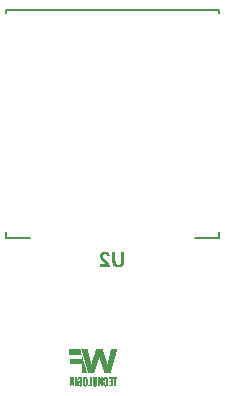
<source format=gbo>
G04*
G04 #@! TF.GenerationSoftware,Altium Limited,Altium Designer,24.10.1 (45)*
G04*
G04 Layer_Color=32896*
%FSLAX44Y44*%
%MOMM*%
G71*
G04*
G04 #@! TF.SameCoordinates,DE934D07-760A-40F3-A6A2-C4044611B154*
G04*
G04*
G04 #@! TF.FilePolarity,Positive*
G04*
G01*
G75*
%ADD10C,0.1270*%
G36*
X-10255Y133938D02*
X-10198D01*
Y133767D01*
X-10141D01*
Y133539D01*
X-10084D01*
Y133369D01*
X-10027D01*
Y133141D01*
X-9970D01*
Y132971D01*
X-9914D01*
Y132743D01*
X-9857D01*
Y132573D01*
X-9800D01*
Y132402D01*
X-9743D01*
Y132175D01*
X-9686D01*
Y132004D01*
X-9629D01*
Y131777D01*
X-9572D01*
Y131606D01*
X-9516D01*
Y131379D01*
X-9459D01*
Y131208D01*
X-9402D01*
Y130981D01*
X-9345D01*
Y130810D01*
X-9288D01*
Y130583D01*
X-9231D01*
Y130412D01*
X-9174D01*
Y130184D01*
X-9118D01*
Y130014D01*
X-9061D01*
Y129843D01*
X-9004D01*
Y129559D01*
X-19524D01*
Y134051D01*
X-10255D01*
Y133938D01*
D02*
G37*
G36*
X21135Y133767D02*
X21078D01*
Y133596D01*
X21021D01*
Y133426D01*
X20965D01*
Y133198D01*
X20908D01*
Y133028D01*
X20851D01*
Y132800D01*
X20794D01*
Y132630D01*
X20737D01*
Y132402D01*
X20680D01*
Y132232D01*
X20623D01*
Y132004D01*
X20566D01*
Y131834D01*
X20510D01*
Y131663D01*
X20453D01*
Y131435D01*
X20396D01*
Y131265D01*
X20339D01*
Y131038D01*
X20282D01*
Y130867D01*
X20225D01*
Y130639D01*
X20168D01*
Y130469D01*
X20111D01*
Y130241D01*
X20055D01*
Y130071D01*
X19998D01*
Y129900D01*
X19941D01*
Y129673D01*
X19884D01*
Y129502D01*
X19827D01*
Y129275D01*
X19770D01*
Y129104D01*
X19713D01*
Y128877D01*
X19657D01*
Y128706D01*
X19600D01*
Y128478D01*
X19543D01*
Y128308D01*
X19486D01*
Y128137D01*
X19429D01*
Y127910D01*
X19372D01*
Y127739D01*
X19315D01*
Y127512D01*
X19259D01*
Y127341D01*
X19202D01*
Y127114D01*
X19145D01*
Y126943D01*
X19088D01*
Y126716D01*
X19031D01*
Y126545D01*
X18974D01*
Y126375D01*
X18917D01*
Y126147D01*
X18860D01*
Y125976D01*
X18804D01*
Y125749D01*
X18747D01*
Y125578D01*
X18690D01*
Y125351D01*
X18633D01*
Y125180D01*
X18576D01*
Y124953D01*
X18519D01*
Y124782D01*
X18462D01*
Y124612D01*
X18405D01*
Y124384D01*
X18349D01*
Y124214D01*
X18292D01*
Y123986D01*
X18235D01*
Y123815D01*
X18178D01*
Y123588D01*
X18121D01*
Y123418D01*
X18064D01*
Y123190D01*
X18008D01*
Y123019D01*
X17951D01*
Y122849D01*
X17894D01*
Y122621D01*
X17837D01*
Y122451D01*
X17780D01*
Y122223D01*
X17723D01*
Y122053D01*
X17666D01*
Y121825D01*
X17609D01*
Y121655D01*
X17552D01*
Y121427D01*
X17496D01*
Y121257D01*
X17439D01*
Y121086D01*
X17382D01*
Y120858D01*
X17325D01*
Y120688D01*
X17268D01*
Y120460D01*
X17211D01*
Y120290D01*
X17155D01*
Y120062D01*
X17098D01*
Y119892D01*
X17041D01*
Y119664D01*
X16984D01*
Y119494D01*
X16927D01*
Y119323D01*
X16870D01*
Y119096D01*
X16813D01*
Y118925D01*
X16756D01*
Y118698D01*
X16700D01*
Y118527D01*
X16643D01*
Y118300D01*
X16586D01*
Y118129D01*
X16529D01*
Y117901D01*
X16472D01*
Y117731D01*
X16415D01*
Y117560D01*
X16358D01*
Y117333D01*
X16301D01*
Y117162D01*
X16245D01*
Y116935D01*
X16188D01*
Y116764D01*
X16131D01*
Y116537D01*
X16074D01*
Y116366D01*
X16017D01*
Y116139D01*
X15960D01*
Y115968D01*
X15903D01*
Y115798D01*
X15847D01*
Y115570D01*
X15790D01*
Y115399D01*
X15733D01*
Y115172D01*
X15676D01*
Y115001D01*
X15619D01*
Y114774D01*
X15562D01*
Y114603D01*
X15505D01*
Y114376D01*
X15448D01*
Y114205D01*
X15392D01*
Y114035D01*
X15335D01*
Y113978D01*
X10388D01*
Y114035D01*
X10331D01*
Y114148D01*
X10274D01*
Y114319D01*
X10217D01*
Y114489D01*
X10160D01*
Y114660D01*
X10103D01*
Y114831D01*
X10046D01*
Y115001D01*
X9989D01*
Y115115D01*
X9933D01*
Y115286D01*
X9876D01*
Y115456D01*
X9819D01*
Y115627D01*
X9762D01*
Y115798D01*
X9705D01*
Y115968D01*
X9648D01*
Y116139D01*
X9591D01*
Y116252D01*
X9535D01*
Y116423D01*
X9478D01*
Y116594D01*
X9421D01*
Y116764D01*
X9364D01*
Y116935D01*
X9307D01*
Y117105D01*
X9250D01*
Y117219D01*
X9193D01*
Y117390D01*
X9136D01*
Y117560D01*
X9080D01*
Y117731D01*
X9023D01*
Y117901D01*
X8966D01*
Y118072D01*
X8909D01*
Y118243D01*
X8852D01*
Y118356D01*
X8795D01*
Y118527D01*
X8738D01*
Y118698D01*
X8681D01*
Y118868D01*
X8625D01*
Y119039D01*
X8568D01*
Y119209D01*
X8511D01*
Y119323D01*
X8454D01*
Y119494D01*
X8397D01*
Y119664D01*
X8340D01*
Y119835D01*
X8283D01*
Y120006D01*
X8227D01*
Y120176D01*
X8170D01*
Y120347D01*
X8113D01*
Y120460D01*
X8056D01*
Y120631D01*
X7999D01*
Y120802D01*
X7942D01*
Y120972D01*
X7885D01*
Y121143D01*
X7829D01*
Y121313D01*
X7772D01*
Y121484D01*
X7715D01*
Y121598D01*
X7658D01*
Y121768D01*
X7601D01*
Y121939D01*
X7544D01*
Y122109D01*
X7487D01*
Y122280D01*
X7430D01*
Y122394D01*
Y122451D01*
X7374D01*
Y122564D01*
X7317D01*
Y122735D01*
X7260D01*
Y122906D01*
X7203D01*
Y123076D01*
X7146D01*
Y123247D01*
X7089D01*
Y123418D01*
X7032D01*
Y123588D01*
X6975D01*
Y123702D01*
X6919D01*
Y123872D01*
X6862D01*
Y124043D01*
X6805D01*
Y124214D01*
X6748D01*
Y124384D01*
X6691D01*
Y124555D01*
X6634D01*
Y124725D01*
X6578D01*
Y124839D01*
X6521D01*
Y125010D01*
X6464D01*
Y125180D01*
X6407D01*
Y125351D01*
X6350D01*
Y125521D01*
X6293D01*
Y125692D01*
X6236D01*
Y125806D01*
X6179D01*
Y125976D01*
X6122D01*
Y126147D01*
X6066D01*
Y126318D01*
X6009D01*
Y126488D01*
X5952D01*
Y126659D01*
X5895D01*
Y126545D01*
X5838D01*
Y126431D01*
X5781D01*
Y126261D01*
X5724D01*
Y126090D01*
X5668D01*
Y125920D01*
X5611D01*
Y125749D01*
X5554D01*
Y125578D01*
X5497D01*
Y125465D01*
X5440D01*
Y125294D01*
X5383D01*
Y125123D01*
X5326D01*
Y124953D01*
X5270D01*
Y124782D01*
X5213D01*
Y124612D01*
X5156D01*
Y124441D01*
X5099D01*
Y124327D01*
X5042D01*
Y124157D01*
X4985D01*
Y123986D01*
X4928D01*
Y123815D01*
X4872D01*
Y123645D01*
X4815D01*
Y123474D01*
X4758D01*
Y123304D01*
X4701D01*
Y123190D01*
X4644D01*
Y123019D01*
X4587D01*
Y122849D01*
X4530D01*
Y122678D01*
X4473D01*
Y122508D01*
X4417D01*
Y122337D01*
X4360D01*
Y122223D01*
X4303D01*
Y122053D01*
X4246D01*
Y121882D01*
X4189D01*
Y121712D01*
X4132D01*
Y121541D01*
X4075D01*
Y121370D01*
X4018D01*
Y121200D01*
X3962D01*
Y121086D01*
X3905D01*
Y120915D01*
X3848D01*
Y120745D01*
X3791D01*
Y120574D01*
X3734D01*
Y120404D01*
X3677D01*
Y120233D01*
X3620D01*
Y120119D01*
X3564D01*
Y119949D01*
X3507D01*
Y119778D01*
X3450D01*
Y119607D01*
X3393D01*
Y119437D01*
X3336D01*
Y119266D01*
X3279D01*
Y119096D01*
X3222D01*
Y118982D01*
X3165D01*
Y118811D01*
X3109D01*
Y118641D01*
X3052D01*
Y118470D01*
X2995D01*
Y118300D01*
X2938D01*
Y118129D01*
X2881D01*
Y117958D01*
X2824D01*
Y117845D01*
X2767D01*
Y117674D01*
X2711D01*
Y117503D01*
X2654D01*
Y117333D01*
X2597D01*
Y117162D01*
X2540D01*
Y116992D01*
X2483D01*
Y116878D01*
X2426D01*
Y116707D01*
X2369D01*
Y116537D01*
X2313D01*
Y116366D01*
X2256D01*
Y116195D01*
X2199D01*
Y116025D01*
X2142D01*
Y115854D01*
X2085D01*
Y115741D01*
X2028D01*
Y115570D01*
X1971D01*
Y115399D01*
X1914D01*
Y115229D01*
X1858D01*
Y115058D01*
X1801D01*
Y114888D01*
X1744D01*
Y114717D01*
X1687D01*
Y114603D01*
X1630D01*
Y114433D01*
X1573D01*
Y114262D01*
X1516D01*
Y114092D01*
X1460D01*
Y113978D01*
X-3545D01*
Y114092D01*
X-3602D01*
Y114319D01*
X-3658D01*
Y114489D01*
X-3715D01*
Y114660D01*
X-3772D01*
Y114888D01*
X-3829D01*
Y115058D01*
X-3886D01*
Y115286D01*
X-3943D01*
Y115456D01*
X-4000D01*
Y115684D01*
X-4056D01*
Y115854D01*
X-4113D01*
Y116082D01*
X-4170D01*
Y116252D01*
X-4227D01*
Y116480D01*
X-4284D01*
Y116650D01*
X-4341D01*
Y116821D01*
X-4398D01*
Y117049D01*
X-4455D01*
Y117219D01*
X-4511D01*
Y117447D01*
X-4568D01*
Y117617D01*
X-4625D01*
Y117845D01*
X-4682D01*
Y118015D01*
X-4739D01*
Y118243D01*
X-4796D01*
Y118413D01*
X-4852D01*
Y118641D01*
X-4909D01*
Y118811D01*
X-4966D01*
Y119039D01*
X-5023D01*
Y119209D01*
X-5080D01*
Y119380D01*
X-5137D01*
Y119607D01*
X-5194D01*
Y119778D01*
X-5251D01*
Y120006D01*
X-5307D01*
Y120176D01*
X-5364D01*
Y120404D01*
X-5421D01*
Y120574D01*
X-5478D01*
Y120802D01*
X-5535D01*
Y120972D01*
X-5592D01*
Y121200D01*
X-5649D01*
Y121370D01*
X-5706D01*
Y121541D01*
X-5762D01*
Y121768D01*
X-5819D01*
Y121939D01*
X-5876D01*
Y122166D01*
X-5933D01*
Y122337D01*
X-5990D01*
Y122564D01*
X-6047D01*
Y122735D01*
X-6104D01*
Y122963D01*
X-6160D01*
Y123133D01*
X-6217D01*
Y123361D01*
X-6274D01*
Y123531D01*
X-6331D01*
Y123759D01*
X-6388D01*
Y123929D01*
X-6445D01*
Y124100D01*
X-6502D01*
Y124327D01*
X-6558D01*
Y124498D01*
X-6615D01*
Y124725D01*
X-6672D01*
Y124896D01*
X-6729D01*
Y125123D01*
X-6786D01*
Y125294D01*
X-6843D01*
Y125521D01*
X-6900D01*
Y125692D01*
X-6957D01*
Y125920D01*
X-7013D01*
Y126090D01*
X-7070D01*
Y126261D01*
X-7127D01*
Y126488D01*
X-7184D01*
Y126659D01*
X-7241D01*
Y126886D01*
X-7298D01*
Y127057D01*
X-7355D01*
Y127284D01*
X-7412D01*
Y127455D01*
X-7468D01*
Y127682D01*
X-7525D01*
Y127853D01*
X-7582D01*
Y128080D01*
X-7639D01*
Y128251D01*
X-7696D01*
Y128478D01*
X-7753D01*
Y128649D01*
X-7810D01*
Y128820D01*
X-7866D01*
Y129047D01*
X-7923D01*
Y129218D01*
X-7980D01*
Y129445D01*
X-8037D01*
Y129616D01*
X-8094D01*
Y129843D01*
X-8151D01*
Y130014D01*
X-8208D01*
Y130241D01*
X-8264D01*
Y130412D01*
X-8321D01*
Y130639D01*
X-8378D01*
Y130810D01*
X-8435D01*
Y131038D01*
X-8492D01*
Y131208D01*
X-8549D01*
Y131435D01*
X-8606D01*
Y131606D01*
X-8662D01*
Y131777D01*
X-8719D01*
Y132004D01*
X-8776D01*
Y132175D01*
X-8833D01*
Y132402D01*
X-8890D01*
Y132573D01*
X-8947D01*
Y132800D01*
X-9004D01*
Y132971D01*
X-9061D01*
Y133198D01*
X-9118D01*
Y133369D01*
X-9174D01*
Y133596D01*
X-9231D01*
Y133767D01*
X-9288D01*
Y133995D01*
X-9345D01*
Y134051D01*
X-3943D01*
Y133881D01*
X-3886D01*
Y133653D01*
X-3829D01*
Y133426D01*
X-3772D01*
Y133198D01*
X-3715D01*
Y132914D01*
X-3658D01*
Y132687D01*
X-3602D01*
Y132459D01*
X-3545D01*
Y132232D01*
X-3488D01*
Y132004D01*
X-3431D01*
Y131777D01*
X-3374D01*
Y131549D01*
X-3317D01*
Y131322D01*
X-3260D01*
Y131094D01*
X-3203D01*
Y130867D01*
X-3147D01*
Y130639D01*
X-3090D01*
Y130355D01*
X-3033D01*
Y130128D01*
X-2976D01*
Y129900D01*
X-2919D01*
Y129673D01*
X-2862D01*
Y129445D01*
X-2805D01*
Y129218D01*
X-2749D01*
Y128990D01*
X-2692D01*
Y128763D01*
X-2635D01*
Y128535D01*
X-2578D01*
Y128308D01*
X-2521D01*
Y128024D01*
X-2464D01*
Y127796D01*
X-2407D01*
Y127569D01*
X-2350D01*
Y127341D01*
X-2294D01*
Y127114D01*
X-2237D01*
Y126886D01*
X-2180D01*
Y126659D01*
X-2123D01*
Y126431D01*
X-2066D01*
Y126204D01*
X-2009D01*
Y125976D01*
X-1952D01*
Y125692D01*
X-1895D01*
Y125465D01*
X-1839D01*
Y125237D01*
X-1782D01*
Y125010D01*
X-1725D01*
Y124782D01*
X-1668D01*
Y124555D01*
X-1611D01*
Y124327D01*
X-1554D01*
Y124100D01*
X-1497D01*
Y123872D01*
X-1441D01*
Y123645D01*
X-1384D01*
Y123418D01*
X-1327D01*
Y123133D01*
X-1270D01*
Y122906D01*
X-1213D01*
Y122678D01*
X-1156D01*
Y122451D01*
X-1099D01*
Y122223D01*
X-1042D01*
Y121996D01*
X-986D01*
Y121768D01*
X-929D01*
Y121598D01*
X-872D01*
Y121712D01*
X-815D01*
Y121882D01*
X-758D01*
Y122053D01*
X-701D01*
Y122223D01*
X-645D01*
Y122394D01*
X-588D01*
Y122564D01*
X-531D01*
Y122735D01*
X-474D01*
Y122906D01*
X-417D01*
Y123076D01*
X-360D01*
Y123247D01*
X-303D01*
Y123418D01*
X-246D01*
Y123588D01*
X-190D01*
Y123759D01*
X-133D01*
Y123929D01*
X-76D01*
Y124100D01*
X-19D01*
Y124270D01*
X38D01*
Y124441D01*
X95D01*
Y124612D01*
X152D01*
Y124782D01*
X209D01*
Y124953D01*
X265D01*
Y125123D01*
X322D01*
Y125294D01*
X379D01*
Y125465D01*
X436D01*
Y125635D01*
X493D01*
Y125806D01*
X550D01*
Y125976D01*
X607D01*
Y126204D01*
X663D01*
Y126375D01*
X720D01*
Y126545D01*
X777D01*
Y126716D01*
X834D01*
Y126886D01*
X891D01*
Y127057D01*
X948D01*
Y127227D01*
X1005D01*
Y127398D01*
X1062D01*
Y127569D01*
X1118D01*
Y127739D01*
X1175D01*
Y127910D01*
X1232D01*
Y128080D01*
X1289D01*
Y128251D01*
X1346D01*
Y128422D01*
X1403D01*
Y128592D01*
X1460D01*
Y128763D01*
X1516D01*
Y128933D01*
X1573D01*
Y129104D01*
X1630D01*
Y129275D01*
X1687D01*
Y129445D01*
X1744D01*
Y129616D01*
X1801D01*
Y129786D01*
X1858D01*
Y129957D01*
X1914D01*
Y130128D01*
X1971D01*
Y130298D01*
X2028D01*
Y130469D01*
X2085D01*
Y130639D01*
X2142D01*
Y130810D01*
X2199D01*
Y130981D01*
X2256D01*
Y131151D01*
X2313D01*
Y131322D01*
X2369D01*
Y131492D01*
X2426D01*
Y131663D01*
X2483D01*
Y131834D01*
X2540D01*
Y132004D01*
X2597D01*
Y132232D01*
X2654D01*
Y132402D01*
X2711D01*
Y132573D01*
X2767D01*
Y132743D01*
X2824D01*
Y132914D01*
X2881D01*
Y133085D01*
X2938D01*
Y133255D01*
X2995D01*
Y133426D01*
X3052D01*
Y133596D01*
X3109D01*
Y133767D01*
X3165D01*
Y133938D01*
X3222D01*
Y134051D01*
X8568D01*
Y133995D01*
X8625D01*
Y133824D01*
X8681D01*
Y133653D01*
X8738D01*
Y133483D01*
X8795D01*
Y133312D01*
X8852D01*
Y133141D01*
X8909D01*
Y132971D01*
X8966D01*
Y132800D01*
X9023D01*
Y132630D01*
X9080D01*
Y132459D01*
X9136D01*
Y132289D01*
X9193D01*
Y132118D01*
X9250D01*
Y131947D01*
X9307D01*
Y131777D01*
X9364D01*
Y131606D01*
X9421D01*
Y131435D01*
X9478D01*
Y131265D01*
X9535D01*
Y131094D01*
X9591D01*
Y130924D01*
X9648D01*
Y130753D01*
X9705D01*
Y130583D01*
X9762D01*
Y130412D01*
X9819D01*
Y130241D01*
X9876D01*
Y130071D01*
X9933D01*
Y129900D01*
X9989D01*
Y129729D01*
X10046D01*
Y129559D01*
X10103D01*
Y129388D01*
X10160D01*
Y129218D01*
X10217D01*
Y129047D01*
X10274D01*
Y128877D01*
X10331D01*
Y128706D01*
X10388D01*
Y128535D01*
X10444D01*
Y128365D01*
X10501D01*
Y128194D01*
X10558D01*
Y128024D01*
X10615D01*
Y127853D01*
X10672D01*
Y127682D01*
X10729D01*
Y127512D01*
X10785D01*
Y127341D01*
X10842D01*
Y127171D01*
X10899D01*
Y127000D01*
X10956D01*
Y126829D01*
X11013D01*
Y126659D01*
X11070D01*
Y126488D01*
X11127D01*
Y126318D01*
X11184D01*
Y126147D01*
X11240D01*
Y125976D01*
X11297D01*
Y125806D01*
X11354D01*
Y125635D01*
X11411D01*
Y125465D01*
X11468D01*
Y125294D01*
X11525D01*
Y125123D01*
X11582D01*
Y124953D01*
X11638D01*
Y124782D01*
X11695D01*
Y124612D01*
X11752D01*
Y124441D01*
X11809D01*
Y124270D01*
X11866D01*
Y124100D01*
X11923D01*
Y123929D01*
X11980D01*
Y123759D01*
X12037D01*
Y123588D01*
X12093D01*
Y123418D01*
X12150D01*
Y123247D01*
X12207D01*
Y123076D01*
X12264D01*
Y122906D01*
X12321D01*
Y122735D01*
X12378D01*
Y122564D01*
X12435D01*
Y122394D01*
X12492D01*
Y122223D01*
X12548D01*
Y122053D01*
X12605D01*
Y121882D01*
X12662D01*
Y121712D01*
X12719D01*
Y121598D01*
X12776D01*
Y121768D01*
X12833D01*
Y121996D01*
X12890D01*
Y122223D01*
X12946D01*
Y122451D01*
X13003D01*
Y122678D01*
X13060D01*
Y122963D01*
X13117D01*
Y123190D01*
X13174D01*
Y123418D01*
X13231D01*
Y123645D01*
X13288D01*
Y123872D01*
X13345D01*
Y124100D01*
X13401D01*
Y124327D01*
X13458D01*
Y124555D01*
X13515D01*
Y124782D01*
X13572D01*
Y125010D01*
X13629D01*
Y125294D01*
X13686D01*
Y125521D01*
X13743D01*
Y125749D01*
X13799D01*
Y125976D01*
X13856D01*
Y126204D01*
X13913D01*
Y126431D01*
X13970D01*
Y126659D01*
X14027D01*
Y126886D01*
X14084D01*
Y127114D01*
X14141D01*
Y127341D01*
X14197D01*
Y127626D01*
X14254D01*
Y127853D01*
X14311D01*
Y128080D01*
X14368D01*
Y128308D01*
X14425D01*
Y128535D01*
X14482D01*
Y128763D01*
X14539D01*
Y128990D01*
X14596D01*
Y129218D01*
X14652D01*
Y129445D01*
X14709D01*
Y129673D01*
X14766D01*
Y129900D01*
X14823D01*
Y130184D01*
X14880D01*
Y130412D01*
X14937D01*
Y130639D01*
X14994D01*
Y130867D01*
X15050D01*
Y131094D01*
X15107D01*
Y131322D01*
X15164D01*
Y131549D01*
X15221D01*
Y131777D01*
X15278D01*
Y132004D01*
X15335D01*
Y132232D01*
X15392D01*
Y132516D01*
X15448D01*
Y132743D01*
X15505D01*
Y132971D01*
X15562D01*
Y133198D01*
X15619D01*
Y133426D01*
X15676D01*
Y133653D01*
X15733D01*
Y133881D01*
X15790D01*
Y134051D01*
X21135D01*
Y133767D01*
D02*
G37*
G36*
X-8719Y128649D02*
X-8662D01*
Y128422D01*
X-8606D01*
Y128251D01*
X-8549D01*
Y128024D01*
X-8492D01*
Y127853D01*
X-8435D01*
Y127626D01*
X-8378D01*
Y127455D01*
X-8321D01*
Y127227D01*
X-8264D01*
Y127057D01*
X-8208D01*
Y126886D01*
X-8151D01*
Y126659D01*
X-8094D01*
Y126488D01*
X-8037D01*
Y126261D01*
X-7980D01*
Y126090D01*
X-7923D01*
Y125863D01*
X-7866D01*
Y125692D01*
X-7810D01*
Y125465D01*
X-7753D01*
Y125294D01*
X-7696D01*
Y125067D01*
X-7639D01*
Y124896D01*
X-7582D01*
Y124725D01*
X-7525D01*
Y124498D01*
X-7468D01*
Y124327D01*
X-7412D01*
Y124100D01*
X-7355D01*
Y123929D01*
X-7298D01*
Y123702D01*
X-7241D01*
Y123531D01*
X-7184D01*
Y123304D01*
X-7127D01*
Y123133D01*
X-7070D01*
Y122906D01*
X-7013D01*
Y122735D01*
X-6957D01*
Y122508D01*
X-6900D01*
Y122337D01*
X-6843D01*
Y122166D01*
X-6786D01*
Y121939D01*
X-6729D01*
Y121768D01*
X-6672D01*
Y121541D01*
X-6615D01*
Y121370D01*
X-6558D01*
Y121143D01*
X-6502D01*
Y120972D01*
X-6445D01*
Y120745D01*
X-6388D01*
Y120574D01*
X-6331D01*
Y120347D01*
X-6274D01*
Y120176D01*
X-6217D01*
Y120006D01*
X-6160D01*
Y119778D01*
X-6104D01*
Y119607D01*
X-6047D01*
Y119380D01*
X-5990D01*
Y119209D01*
X-5933D01*
Y118982D01*
X-5876D01*
Y118811D01*
X-5819D01*
Y118584D01*
X-5762D01*
Y118413D01*
X-5706D01*
Y118186D01*
X-5649D01*
Y118015D01*
X-5592D01*
Y117788D01*
X-5535D01*
Y117617D01*
X-5478D01*
Y117447D01*
X-5421D01*
Y117219D01*
X-5364D01*
Y117049D01*
X-5307D01*
Y116821D01*
X-5251D01*
Y116650D01*
X-5194D01*
Y116423D01*
X-5137D01*
Y116252D01*
X-5080D01*
Y116025D01*
X-5023D01*
Y115854D01*
X-4966D01*
Y115627D01*
X-4909D01*
Y115456D01*
X-4852D01*
Y115286D01*
X-4796D01*
Y115058D01*
X-4739D01*
Y114888D01*
X-4682D01*
Y114660D01*
X-4625D01*
Y114489D01*
X-4568D01*
Y114262D01*
X-4511D01*
Y114092D01*
X-4455D01*
Y114035D01*
X-4511D01*
Y113978D01*
X-8719D01*
Y114035D01*
X-8776D01*
Y121541D01*
X-18557D01*
Y125976D01*
X-8776D01*
Y128820D01*
X-8719D01*
Y128649D01*
D02*
G37*
G36*
X8738Y109997D02*
Y109940D01*
Y102605D01*
X7203D01*
Y106472D01*
X7146D01*
Y106244D01*
X7089D01*
Y105960D01*
X7032D01*
Y105675D01*
X6975D01*
Y105391D01*
X6919D01*
Y105107D01*
X6862D01*
Y104822D01*
X6805D01*
Y104538D01*
X6748D01*
Y104254D01*
X6691D01*
Y103969D01*
X6634D01*
Y103685D01*
X6578D01*
Y103401D01*
X6521D01*
Y103116D01*
X6464D01*
Y102832D01*
X6407D01*
Y102605D01*
X4815D01*
Y110623D01*
X6350D01*
Y106926D01*
X6407D01*
Y107154D01*
X6464D01*
Y107438D01*
X6521D01*
Y107723D01*
X6578D01*
Y108007D01*
X6634D01*
Y108291D01*
X6691D01*
Y108632D01*
X6748D01*
Y108917D01*
X6805D01*
Y109201D01*
X6862D01*
Y109485D01*
X6919D01*
Y109770D01*
X6975D01*
Y110111D01*
X7032D01*
Y110395D01*
X7089D01*
Y110623D01*
X8738D01*
Y109997D01*
D02*
G37*
G36*
X11525Y110680D02*
X11866D01*
Y110623D01*
X12093D01*
Y110566D01*
X12207D01*
Y110509D01*
X12378D01*
Y110452D01*
X12435D01*
Y110395D01*
X12548D01*
Y110338D01*
X12605D01*
Y110281D01*
X12662D01*
Y110225D01*
X12719D01*
Y110168D01*
X12776D01*
Y110111D01*
X12833D01*
Y109997D01*
X12890D01*
Y109940D01*
X12946D01*
Y109827D01*
X13003D01*
Y109713D01*
X13060D01*
Y109542D01*
X13117D01*
Y109372D01*
X13174D01*
Y109087D01*
X13231D01*
Y108575D01*
X13288D01*
Y104368D01*
X13231D01*
Y103969D01*
X13174D01*
Y103799D01*
X13117D01*
Y103628D01*
X13060D01*
Y103514D01*
X13003D01*
Y103401D01*
X12946D01*
Y103287D01*
X12890D01*
Y103230D01*
X12833D01*
Y103173D01*
X12776D01*
Y103116D01*
X12719D01*
Y103060D01*
X12662D01*
Y103003D01*
X12605D01*
Y102946D01*
X12548D01*
Y102889D01*
X12492D01*
Y102832D01*
X12378D01*
Y102775D01*
X12264D01*
Y102718D01*
X12150D01*
Y102662D01*
X12037D01*
Y102605D01*
X11809D01*
Y102548D01*
X10785D01*
Y102605D01*
X10501D01*
Y102662D01*
X10331D01*
Y102718D01*
X10217D01*
Y102775D01*
X10103D01*
Y102832D01*
X10046D01*
Y102889D01*
X9933D01*
Y102946D01*
X9876D01*
Y103003D01*
X9819D01*
Y103060D01*
X9762D01*
Y103116D01*
X9705D01*
Y103173D01*
X9648D01*
Y103287D01*
X9591D01*
Y103344D01*
X9535D01*
Y103458D01*
X9478D01*
Y103628D01*
X9421D01*
Y103799D01*
X9364D01*
Y104026D01*
X9307D01*
Y106073D01*
X10899D01*
Y104424D01*
X10956D01*
Y104197D01*
X11013D01*
Y104140D01*
X11070D01*
Y104083D01*
X11127D01*
Y104026D01*
X11468D01*
Y104083D01*
X11525D01*
Y104140D01*
X11582D01*
Y104254D01*
X11638D01*
Y109030D01*
X11582D01*
Y109144D01*
X11525D01*
Y109201D01*
X11411D01*
Y109258D01*
X11184D01*
Y109201D01*
X11070D01*
Y109144D01*
X11013D01*
Y109087D01*
X10956D01*
Y108860D01*
X10899D01*
Y107438D01*
X9307D01*
Y109144D01*
X9364D01*
Y109429D01*
X9421D01*
Y109599D01*
X9478D01*
Y109770D01*
X9535D01*
Y109883D01*
X9591D01*
Y109940D01*
X9648D01*
Y110054D01*
X9705D01*
Y110111D01*
X9762D01*
Y110168D01*
X9819D01*
Y110225D01*
X9876D01*
Y110281D01*
X9933D01*
Y110338D01*
X10046D01*
Y110395D01*
X10103D01*
Y110452D01*
X10217D01*
Y110509D01*
X10331D01*
Y110566D01*
X10501D01*
Y110623D01*
X10672D01*
Y110680D01*
X11070D01*
Y110736D01*
X11525D01*
Y110680D01*
D02*
G37*
G36*
X-10425D02*
X-10027D01*
Y110623D01*
X-9857D01*
Y110566D01*
X-9686D01*
Y110509D01*
X-9572D01*
Y110452D01*
X-9459D01*
Y110395D01*
X-9402D01*
Y110338D01*
X-9345D01*
Y110281D01*
X-9231D01*
Y110225D01*
X-9174D01*
Y110111D01*
X-9118D01*
Y110054D01*
X-9061D01*
Y109997D01*
X-9004D01*
Y109883D01*
X-8947D01*
Y109770D01*
X-8890D01*
Y109656D01*
X-8833D01*
Y109542D01*
X-8776D01*
Y109315D01*
X-8719D01*
Y109030D01*
X-8662D01*
Y108177D01*
Y108121D01*
Y104368D01*
X-8719D01*
Y103969D01*
X-8776D01*
Y103742D01*
X-8833D01*
Y103571D01*
X-8890D01*
Y103458D01*
X-8947D01*
Y103344D01*
X-9004D01*
Y103230D01*
X-9061D01*
Y103116D01*
X-9118D01*
Y103060D01*
X-9174D01*
Y103003D01*
X-9231D01*
Y102946D01*
X-9288D01*
Y102889D01*
X-9345D01*
Y102832D01*
X-9402D01*
Y102775D01*
X-9516D01*
Y102718D01*
X-9629D01*
Y102662D01*
X-9743D01*
Y102605D01*
X-9914D01*
Y102548D01*
X-10767D01*
Y102605D01*
X-10994D01*
Y102662D01*
X-11108D01*
Y102718D01*
X-11221D01*
Y102775D01*
X-11278D01*
Y102832D01*
X-11335D01*
Y102889D01*
X-11449D01*
Y102946D01*
X-11506D01*
Y103060D01*
X-11563D01*
Y103116D01*
X-11620D01*
Y103173D01*
X-11676D01*
Y103230D01*
X-11733D01*
Y103116D01*
X-11790D01*
Y103003D01*
X-11847D01*
Y102889D01*
X-11904D01*
Y102718D01*
X-11961D01*
Y102605D01*
X-12643D01*
Y107268D01*
X-10653D01*
Y105903D01*
X-11108D01*
Y104538D01*
X-11051D01*
Y104254D01*
X-10994D01*
Y104140D01*
X-10937D01*
Y104083D01*
X-10880D01*
Y104026D01*
X-10482D01*
Y104083D01*
X-10425D01*
Y104140D01*
X-10368D01*
Y104197D01*
X-10312D01*
Y104368D01*
X-10255D01*
Y108917D01*
X-10312D01*
Y109030D01*
X-10368D01*
Y109144D01*
X-10482D01*
Y109201D01*
X-10596D01*
Y109258D01*
X-10767D01*
Y109201D01*
X-10937D01*
Y109144D01*
X-10994D01*
Y108974D01*
X-11051D01*
Y107950D01*
X-11108D01*
Y107893D01*
X-12643D01*
Y108632D01*
X-12586D01*
Y109087D01*
X-12529D01*
Y109372D01*
X-12472D01*
Y109542D01*
X-12416D01*
Y109713D01*
X-12359D01*
Y109827D01*
X-12302D01*
Y109940D01*
X-12245D01*
Y110054D01*
X-12188D01*
Y110111D01*
X-12131D01*
Y110168D01*
X-12075D01*
Y110225D01*
X-12018D01*
Y110281D01*
X-11961D01*
Y110338D01*
X-11904D01*
Y110395D01*
X-11847D01*
Y110452D01*
X-11733D01*
Y110509D01*
X-11620D01*
Y110566D01*
X-11506D01*
Y110623D01*
X-11278D01*
Y110680D01*
X-10880D01*
Y110736D01*
X-10425D01*
Y110680D01*
D02*
G37*
G36*
X21021Y109087D02*
X20055D01*
Y102605D01*
X18462D01*
Y109087D01*
X17496D01*
Y110509D01*
Y110566D01*
Y110623D01*
X21021D01*
Y109087D01*
D02*
G37*
G36*
X17041Y102605D02*
X13743D01*
Y104140D01*
X15392D01*
Y106017D01*
X13913D01*
Y107552D01*
X15392D01*
Y109087D01*
X13856D01*
Y109372D01*
Y109429D01*
Y110623D01*
X17041D01*
Y102605D01*
D02*
G37*
G36*
X-474D02*
X-3715D01*
Y103173D01*
Y103230D01*
Y103969D01*
X-2066D01*
Y110623D01*
X-474D01*
Y102605D01*
D02*
G37*
G36*
X-13155D02*
X-14747D01*
Y104481D01*
Y104538D01*
Y110623D01*
X-13155D01*
Y102605D01*
D02*
G37*
G36*
X-15941Y110281D02*
X-15884D01*
Y109656D01*
X-15828D01*
Y109429D01*
Y109372D01*
Y109087D01*
X-15771D01*
Y108519D01*
X-15714D01*
Y107893D01*
X-15657D01*
Y107324D01*
X-15600D01*
Y106756D01*
X-15543D01*
Y106130D01*
X-15486D01*
Y105562D01*
X-15430D01*
Y104993D01*
X-15373D01*
Y104368D01*
X-15316D01*
Y103799D01*
X-15259D01*
Y103230D01*
X-15202D01*
Y102605D01*
X-16738D01*
Y103060D01*
X-16794D01*
Y103856D01*
X-16851D01*
Y103912D01*
X-17818D01*
Y103401D01*
X-17875D01*
Y102775D01*
X-17932D01*
Y102605D01*
X-19410D01*
Y103230D01*
X-19353D01*
Y103799D01*
X-19296D01*
Y104424D01*
X-19240D01*
Y104993D01*
X-19183D01*
Y105618D01*
X-19126D01*
Y106187D01*
X-19069D01*
Y106813D01*
X-19012D01*
Y107381D01*
X-18955D01*
Y108007D01*
X-18898D01*
Y108575D01*
X-18842D01*
Y109201D01*
X-18785D01*
Y109770D01*
X-18728D01*
Y110338D01*
X-18671D01*
Y110623D01*
X-15941D01*
Y110281D01*
D02*
G37*
G36*
X2426Y110680D02*
X2824D01*
Y110623D01*
X2995D01*
Y110566D01*
X3165D01*
Y110509D01*
X3279D01*
Y110452D01*
X3393D01*
Y110395D01*
X3450D01*
Y110338D01*
X3507D01*
Y110281D01*
X3620D01*
Y110225D01*
X3677D01*
Y110111D01*
X3734D01*
Y110054D01*
X3791D01*
Y109997D01*
X3848D01*
Y109883D01*
X3905D01*
Y109770D01*
X3962D01*
Y109656D01*
X4018D01*
Y109485D01*
X4075D01*
Y109315D01*
X4132D01*
Y108860D01*
X4189D01*
Y104538D01*
X4132D01*
Y104083D01*
X4075D01*
Y103856D01*
X4018D01*
Y103685D01*
X3962D01*
Y103571D01*
X3905D01*
Y103458D01*
X3848D01*
Y103344D01*
X3791D01*
Y103230D01*
X3734D01*
Y103173D01*
X3677D01*
Y103116D01*
X3620D01*
Y103060D01*
X3564D01*
Y103003D01*
X3507D01*
Y102946D01*
X3450D01*
Y102889D01*
X3393D01*
Y102832D01*
X3279D01*
Y102775D01*
X3165D01*
Y102718D01*
X3052D01*
Y102662D01*
X2881D01*
Y102605D01*
X2654D01*
Y102548D01*
X1687D01*
Y102605D01*
X1460D01*
Y102662D01*
X1289D01*
Y102718D01*
X1175D01*
Y102775D01*
X1062D01*
Y102832D01*
X1005D01*
Y102889D01*
X891D01*
Y102946D01*
X834D01*
Y103003D01*
X777D01*
Y103060D01*
X720D01*
Y103116D01*
X663D01*
Y103230D01*
X607D01*
Y103287D01*
X550D01*
Y103401D01*
X493D01*
Y103514D01*
X436D01*
Y103628D01*
X379D01*
Y103742D01*
X322D01*
Y103969D01*
X265D01*
Y104254D01*
X209D01*
Y107040D01*
Y107097D01*
Y109144D01*
X265D01*
Y109429D01*
X322D01*
Y109599D01*
X379D01*
Y109713D01*
X436D01*
Y109827D01*
X493D01*
Y109940D01*
X550D01*
Y110054D01*
X607D01*
Y110111D01*
X663D01*
Y110168D01*
X720D01*
Y110225D01*
X777D01*
Y110281D01*
X834D01*
Y110338D01*
X891D01*
Y110395D01*
X1005D01*
Y110452D01*
X1118D01*
Y110509D01*
X1232D01*
Y110566D01*
X1346D01*
Y110623D01*
X1573D01*
Y110680D01*
X1971D01*
Y110736D01*
X2426D01*
Y110680D01*
D02*
G37*
G36*
X-5876D02*
X-5478D01*
Y110623D01*
X-5251D01*
Y110566D01*
X-5137D01*
Y110509D01*
X-5023D01*
Y110452D01*
X-4909D01*
Y110395D01*
X-4796D01*
Y110338D01*
X-4739D01*
Y110281D01*
X-4682D01*
Y110225D01*
X-4625D01*
Y110168D01*
X-4568D01*
Y110111D01*
X-4511D01*
Y110054D01*
X-4455D01*
Y109940D01*
X-4398D01*
Y109827D01*
X-4341D01*
Y109713D01*
X-4284D01*
Y109599D01*
X-4227D01*
Y109429D01*
X-4170D01*
Y109144D01*
X-4113D01*
Y104254D01*
X-4170D01*
Y103969D01*
X-4227D01*
Y103799D01*
X-4284D01*
Y103628D01*
X-4341D01*
Y103514D01*
X-4398D01*
Y103401D01*
X-4455D01*
Y103287D01*
X-4511D01*
Y103230D01*
X-4568D01*
Y103116D01*
X-4625D01*
Y103060D01*
X-4682D01*
Y103003D01*
X-4739D01*
Y102946D01*
X-4852D01*
Y102889D01*
X-4909D01*
Y102832D01*
X-4966D01*
Y102775D01*
X-5080D01*
Y102718D01*
X-5194D01*
Y102662D01*
X-5364D01*
Y102605D01*
X-5592D01*
Y102548D01*
X-6615D01*
Y102605D01*
X-6786D01*
Y102662D01*
X-6957D01*
Y102718D01*
X-7070D01*
Y102775D01*
X-7184D01*
Y102832D01*
X-7298D01*
Y102889D01*
X-7355D01*
Y102946D01*
X-7412D01*
Y103003D01*
X-7468D01*
Y103060D01*
X-7525D01*
Y103116D01*
X-7582D01*
Y103173D01*
X-7639D01*
Y103230D01*
X-7696D01*
Y103344D01*
X-7753D01*
Y103458D01*
X-7810D01*
Y103571D01*
X-7866D01*
Y103685D01*
X-7923D01*
Y103856D01*
X-7980D01*
Y104083D01*
X-8037D01*
Y104538D01*
X-8094D01*
Y108860D01*
X-8037D01*
Y109315D01*
X-7980D01*
Y109542D01*
X-7923D01*
Y109656D01*
X-7866D01*
Y109770D01*
X-7810D01*
Y109883D01*
X-7753D01*
Y109997D01*
X-7696D01*
Y110054D01*
X-7639D01*
Y110168D01*
X-7582D01*
Y110225D01*
X-7525D01*
Y110281D01*
X-7412D01*
Y110338D01*
X-7355D01*
Y110395D01*
X-7298D01*
Y110452D01*
X-7184D01*
Y110509D01*
X-7070D01*
Y110566D01*
X-6900D01*
Y110623D01*
X-6729D01*
Y110680D01*
X-6331D01*
Y110736D01*
X-5876D01*
Y110680D01*
D02*
G37*
G36*
X10878Y216709D02*
X11174Y216691D01*
X11748Y216598D01*
X12229Y216450D01*
X12452Y216376D01*
X12655Y216283D01*
X12841Y216209D01*
X12989Y216117D01*
X13137Y216042D01*
X13248Y215987D01*
X13341Y215913D01*
X13396Y215876D01*
X13433Y215857D01*
X13452Y215839D01*
X13655Y215654D01*
X13841Y215468D01*
X14007Y215246D01*
X14155Y215005D01*
X14377Y214524D01*
X14563Y214061D01*
X14618Y213820D01*
X14674Y213617D01*
X14729Y213432D01*
X14748Y213265D01*
X14785Y213117D01*
Y213024D01*
X14803Y212950D01*
Y212932D01*
X12359Y212691D01*
X12322Y213061D01*
X12248Y213376D01*
X12174Y213654D01*
X12081Y213857D01*
X12007Y214024D01*
X11933Y214135D01*
X11878Y214209D01*
X11859Y214228D01*
X11674Y214376D01*
X11470Y214487D01*
X11267Y214580D01*
X11063Y214635D01*
X10896Y214672D01*
X10748Y214691D01*
X10619D01*
X10341Y214672D01*
X10100Y214617D01*
X9896Y214543D01*
X9711Y214468D01*
X9582Y214394D01*
X9470Y214320D01*
X9415Y214265D01*
X9396Y214246D01*
X9248Y214061D01*
X9137Y213857D01*
X9063Y213654D01*
X9008Y213450D01*
X8971Y213265D01*
X8952Y213098D01*
Y213006D01*
Y212987D01*
Y212969D01*
X8971Y212691D01*
X9026Y212432D01*
X9119Y212173D01*
X9211Y211950D01*
X9304Y211747D01*
X9396Y211598D01*
X9452Y211506D01*
X9470Y211469D01*
X9545Y211358D01*
X9656Y211228D01*
X9804Y211061D01*
X9952Y210913D01*
X10285Y210562D01*
X10619Y210210D01*
X10952Y209876D01*
X11100Y209728D01*
X11248Y209617D01*
X11359Y209506D01*
X11433Y209432D01*
X11489Y209377D01*
X11507Y209358D01*
X11878Y209006D01*
X12211Y208673D01*
X12526Y208358D01*
X12803Y208080D01*
X13063Y207803D01*
X13285Y207543D01*
X13489Y207321D01*
X13655Y207099D01*
X13803Y206914D01*
X13933Y206747D01*
X14044Y206618D01*
X14118Y206488D01*
X14192Y206414D01*
X14229Y206340D01*
X14266Y206303D01*
Y206284D01*
X14507Y205858D01*
X14692Y205414D01*
X14840Y205007D01*
X14951Y204636D01*
X15026Y204303D01*
X15044Y204173D01*
X15063Y204062D01*
X15081Y203970D01*
X15100Y203896D01*
Y203859D01*
Y203840D01*
X6489D01*
Y206117D01*
X11378D01*
X11230Y206358D01*
X11063Y206562D01*
X10989Y206654D01*
X10933Y206729D01*
X10896Y206766D01*
X10878Y206784D01*
X10804Y206858D01*
X10730Y206951D01*
X10508Y207155D01*
X10267Y207395D01*
X10026Y207636D01*
X9785Y207858D01*
X9582Y208043D01*
X9508Y208117D01*
X9452Y208173D01*
X9415Y208191D01*
X9396Y208210D01*
X8989Y208599D01*
X8656Y208914D01*
X8378Y209210D01*
X8156Y209432D01*
X7989Y209617D01*
X7878Y209747D01*
X7804Y209839D01*
X7786Y209858D01*
X7545Y210173D01*
X7341Y210469D01*
X7175Y210747D01*
X7045Y210987D01*
X6934Y211191D01*
X6860Y211358D01*
X6823Y211450D01*
X6804Y211487D01*
X6693Y211784D01*
X6619Y212080D01*
X6563Y212358D01*
X6526Y212617D01*
X6508Y212821D01*
X6489Y212987D01*
Y213098D01*
Y213135D01*
X6508Y213413D01*
X6545Y213691D01*
X6582Y213950D01*
X6656Y214191D01*
X6841Y214617D01*
X7026Y214987D01*
X7138Y215154D01*
X7230Y215283D01*
X7323Y215413D01*
X7415Y215506D01*
X7489Y215579D01*
X7526Y215654D01*
X7563Y215672D01*
X7582Y215691D01*
X7786Y215876D01*
X8026Y216042D01*
X8248Y216172D01*
X8508Y216283D01*
X8989Y216468D01*
X9470Y216598D01*
X9693Y216635D01*
X9896Y216672D01*
X10082Y216691D01*
X10248Y216709D01*
X10378Y216728D01*
X10563D01*
X10878Y216709D01*
D02*
G37*
G36*
X27191Y209802D02*
Y209414D01*
X27172Y209043D01*
Y208691D01*
X27154Y208377D01*
X27135Y208080D01*
X27117Y207821D01*
X27098Y207580D01*
X27061Y207358D01*
X27043Y207173D01*
X27024Y207006D01*
X27006Y206858D01*
X26987Y206747D01*
X26969Y206654D01*
Y206599D01*
X26950Y206562D01*
Y206543D01*
X26858Y206266D01*
X26765Y206006D01*
X26635Y205766D01*
X26524Y205562D01*
X26413Y205377D01*
X26321Y205229D01*
X26247Y205155D01*
X26228Y205118D01*
X26006Y204877D01*
X25765Y204655D01*
X25506Y204470D01*
X25265Y204303D01*
X25062Y204173D01*
X24876Y204081D01*
X24765Y204025D01*
X24747Y204007D01*
X24728D01*
X24543Y203933D01*
X24339Y203877D01*
X23877Y203766D01*
X23414Y203692D01*
X22969Y203655D01*
X22766Y203636D01*
X22562Y203618D01*
X22395D01*
X22229Y203599D01*
X21932D01*
X21395Y203618D01*
X20914Y203655D01*
X20488Y203729D01*
X20136Y203803D01*
X19988Y203822D01*
X19840Y203859D01*
X19729Y203896D01*
X19636Y203933D01*
X19562Y203951D01*
X19506Y203970D01*
X19488Y203988D01*
X19469D01*
X19136Y204136D01*
X18840Y204321D01*
X18581Y204488D01*
X18359Y204655D01*
X18192Y204803D01*
X18062Y204914D01*
X17988Y204988D01*
X17970Y205025D01*
X17766Y205284D01*
X17599Y205562D01*
X17470Y205821D01*
X17359Y206080D01*
X17284Y206303D01*
X17229Y206488D01*
X17211Y206543D01*
Y206599D01*
X17192Y206618D01*
Y206636D01*
X17155Y206840D01*
X17118Y207062D01*
X17081Y207303D01*
X17062Y207543D01*
X17025Y208099D01*
X16988Y208636D01*
Y208876D01*
Y209117D01*
X16970Y209339D01*
Y209525D01*
Y209673D01*
Y209802D01*
Y209876D01*
Y209895D01*
Y216653D01*
X19562D01*
Y209543D01*
Y209265D01*
Y209006D01*
X19581Y208765D01*
Y208543D01*
X19599Y208358D01*
Y208173D01*
X19618Y208006D01*
Y207858D01*
X19655Y207636D01*
X19673Y207469D01*
X19692Y207377D01*
Y207340D01*
X19747Y207099D01*
X19840Y206895D01*
X19951Y206710D01*
X20062Y206543D01*
X20173Y206414D01*
X20266Y206321D01*
X20340Y206266D01*
X20358Y206247D01*
X20580Y206099D01*
X20858Y205988D01*
X21117Y205914D01*
X21395Y205858D01*
X21636Y205821D01*
X21821Y205803D01*
X22006D01*
X22395Y205821D01*
X22728Y205877D01*
X23025Y205951D01*
X23284Y206043D01*
X23469Y206117D01*
X23617Y206192D01*
X23691Y206247D01*
X23728Y206266D01*
X23932Y206451D01*
X24099Y206673D01*
X24247Y206877D01*
X24339Y207080D01*
X24413Y207266D01*
X24469Y207414D01*
X24506Y207506D01*
Y207543D01*
X24525Y207654D01*
X24543Y207766D01*
Y207914D01*
X24562Y208080D01*
X24580Y208432D01*
Y208803D01*
X24599Y209136D01*
Y209284D01*
Y209432D01*
Y209543D01*
Y209617D01*
Y209673D01*
Y209691D01*
Y216653D01*
X27191D01*
Y209802D01*
D02*
G37*
%LPC*%
G36*
X-17249Y109258D02*
X-17306D01*
Y109201D01*
X-17363D01*
Y109087D01*
Y109030D01*
Y108519D01*
X-17420D01*
Y107893D01*
X-17477D01*
Y107211D01*
X-17534D01*
Y106585D01*
X-17590D01*
Y105903D01*
X-17647D01*
Y105277D01*
X-17704D01*
Y105220D01*
X-17647D01*
Y105164D01*
X-16965D01*
Y105789D01*
X-17022D01*
Y106528D01*
X-17079D01*
Y107324D01*
X-17135D01*
Y108121D01*
X-17192D01*
Y108860D01*
X-17249D01*
Y109258D01*
D02*
G37*
G36*
X2256D02*
X2085D01*
Y109201D01*
X1971D01*
Y109144D01*
X1914D01*
Y109087D01*
X1858D01*
Y108860D01*
X1801D01*
Y104481D01*
X1858D01*
Y104197D01*
X1914D01*
Y104140D01*
X1971D01*
Y104083D01*
X2028D01*
Y104026D01*
X2369D01*
Y104083D01*
X2426D01*
Y104140D01*
X2483D01*
Y104254D01*
X2540D01*
Y104481D01*
X2597D01*
Y106699D01*
Y106756D01*
Y108803D01*
X2540D01*
Y109030D01*
X2483D01*
Y109087D01*
X2426D01*
Y109144D01*
X2369D01*
Y109201D01*
X2256D01*
Y109258D01*
D02*
G37*
G36*
X-5990D02*
X-6217D01*
Y109201D01*
X-6331D01*
Y109144D01*
X-6388D01*
Y108974D01*
X-6445D01*
Y106699D01*
Y106642D01*
Y104311D01*
X-6388D01*
Y104140D01*
X-6331D01*
Y104083D01*
X-6274D01*
Y104026D01*
X-5876D01*
Y104083D01*
X-5819D01*
Y104197D01*
X-5762D01*
Y104311D01*
X-5706D01*
Y108917D01*
X-5762D01*
Y109087D01*
X-5819D01*
Y109144D01*
X-5876D01*
Y109201D01*
X-5990D01*
Y109258D01*
D02*
G37*
%LPD*%
D10*
X106960Y228700D02*
Y233700D01*
X-73040Y421700D02*
X106960Y421700D01*
X86960Y228700D02*
X106960D01*
X-73040D02*
Y233700D01*
Y228700D02*
X-53040D01*
X106960Y418700D02*
Y421700D01*
X-73040Y418700D02*
Y421700D01*
M02*

</source>
